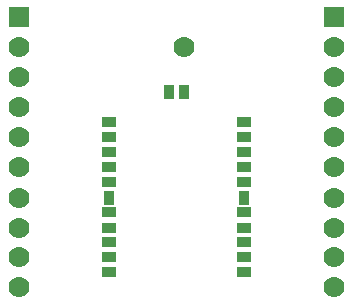
<source format=gbr>
%FSLAX23Y23*%
%MOIN*%
G04 EasyPC Gerber Version 17.0 Build 3379 *
%ADD24R,0.03200X0.05000*%
%ADD70R,0.07000X0.07000*%
%ADD71C,0.07000*%
%ADD25R,0.05000X0.03200*%
X0Y0D02*
D02*
D70*
X53Y1233D03*
X1103D03*
D02*
D71*
X53Y333D03*
Y433D03*
Y532D03*
Y632D03*
Y733D03*
Y833D03*
Y933D03*
Y1033D03*
Y1133D03*
X603D03*
X1103Y333D03*
Y433D03*
Y532D03*
Y632D03*
Y733D03*
Y833D03*
Y933D03*
Y1033D03*
Y1133D03*
D02*
D24*
X353Y632D03*
X553Y983D03*
X603D03*
X803Y632D03*
D02*
D25*
X353Y383D03*
Y433D03*
Y483D03*
Y532D03*
Y583D03*
Y683D03*
Y733D03*
Y783D03*
Y833D03*
Y883D03*
X803Y383D03*
Y433D03*
Y483D03*
Y532D03*
Y583D03*
Y683D03*
Y733D03*
Y783D03*
Y833D03*
Y883D03*
X0Y0D02*
M02*

</source>
